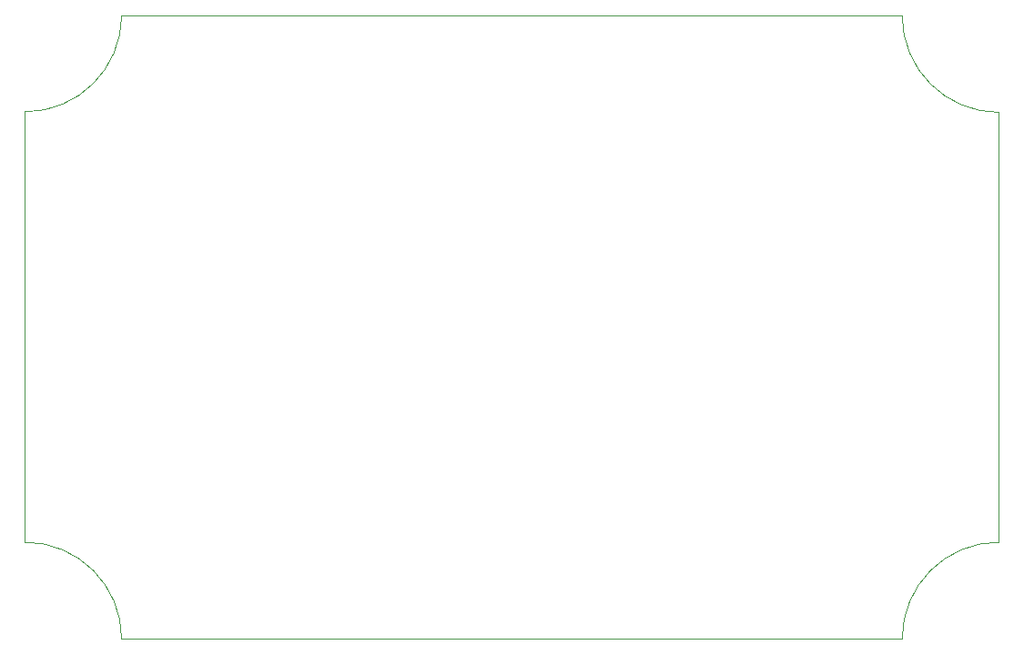
<source format=gm1>
G04 #@! TF.GenerationSoftware,KiCad,Pcbnew,5.1.5+dfsg1-2build2*
G04 #@! TF.CreationDate,2022-03-24T14:40:24+01:00*
G04 #@! TF.ProjectId,EcoApi_pcb,45636f41-7069-45f7-9063-622e6b696361,rev?*
G04 #@! TF.SameCoordinates,Original*
G04 #@! TF.FileFunction,Profile,NP*
%FSLAX46Y46*%
G04 Gerber Fmt 4.6, Leading zero omitted, Abs format (unit mm)*
G04 Created by KiCad (PCBNEW 5.1.5+dfsg1-2build2) date 2022-03-24 14:40:24*
%MOMM*%
%LPD*%
G04 APERTURE LIST*
%ADD10C,0.100000*%
G04 APERTURE END LIST*
D10*
X139000000Y-87000000D02*
G75*
G02X148000000Y-96000000I0J-9000000D01*
G01*
X220600000Y-96000000D02*
G75*
G02X229600000Y-87000000I9000000J0D01*
G01*
X229600000Y-47000000D02*
G75*
G02X220600000Y-38000000I0J9000000D01*
G01*
X147999861Y-38000090D02*
G75*
G02X139000000Y-46950000I-8999861J50090D01*
G01*
X229600000Y-87000000D02*
X229600000Y-47000000D01*
X139000000Y-87000000D02*
X139000000Y-46950000D01*
X184300000Y-38000000D02*
X220600000Y-38000000D01*
X184300000Y-38000000D02*
X148000000Y-38000000D01*
X184300000Y-96000000D02*
X220600000Y-96000000D01*
X184300000Y-96000000D02*
X148000000Y-96000000D01*
M02*

</source>
